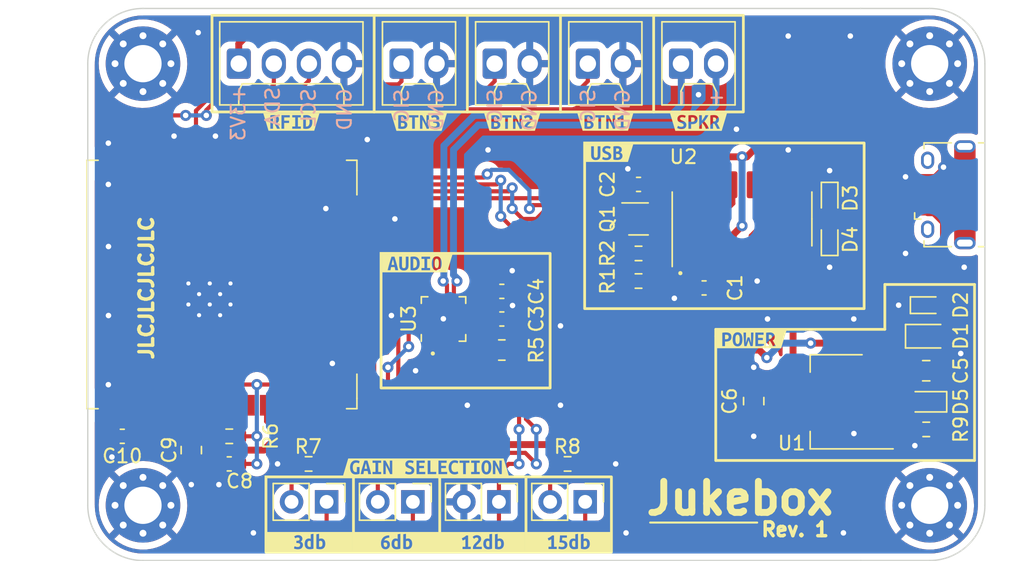
<source format=kicad_pcb>
(kicad_pcb (version 20211014) (generator pcbnew)
  (layers (0 "F.Cu" signal) (31 "B.Cu" power) (34 "B.Paste" user) (35 "F.Paste" user) (36 "B.SilkS" user "B.Silkscreen") (37 "F.SilkS" user "F.Silkscreen") (38 "B.Mask" user) (39 "F.Mask" user) (44 "Edge.Cuts" user))
  (net 0 "")
  (net 1 "I2S_LRC")
  (net 2 "GND")
  (net 3 "I2S_BCLK")
  (net 4 "I2S_DIN")
  (net 7 "+3V3")
  (net 8 "Net-(D1-Pad2)")
  (net 9 "USB_D-")
  (net 10 "VBUS")
  (net 15 "GPIO_BTN1")
  (net 16 "GPIO_BTN2")
  (net 18 "GPIO_BTN3")
  (net 19 "Net-(Q1-Pad1)")
  (net 20 "Net-(Q1-Pad2)")
  (net 21 "ESP32_EN")
  (net 22 "ESP32_BOOT")
  (net 23 "Net-(R1-Pad1)")
  (net 24 "Net-(R2-Pad2)")
  (net 32 "I2C_SCL")
  (net 33 "I2C_SDA")
  (net 46 "ESP32_RX")
  (net 49 "ESP32_TX")
  (net 53 "USB_D+")
  (net 54 "Net-(JP1-Pad2)")
  (net 55 "Net-(JP5-Pad2)")
  (net 56 "Net-(R5-Pad2)")
  (net 57 "Net-(D5-Pad1)")
  (net 58 "Net-(J2-Pad1)")
  (net 59 "Net-(J2-Pad2)")
  (net 60 "DAC_GAIN")
  (footprint "Diode_SMD:D_SOD-523" (layer "F.Cu") (at 165.25 91)
    (fp_text reference "D2")
    (fp_text value "LESD5D5.0CT1G")
  )
  (footprint "Connector_PinHeader_2.54mm:PinHeader_1x02_P2.54mm_Vertical" (layer "F.Cu") (at 134.29 105.25 -90)
    (fp_text reference "JP4" hide)
    (fp_text value "12dB")
  )
  (footprint "Diode_SMD:D_SOD-323" (layer "F.Cu") (at 165.25 93.25)
    (fp_text reference "D1")
    (fp_text value "BAT760-7")
  )
  (footprint "kibuzzard-63873069" (layer "F.Cu") (at 126.875 108.125)
    (fp_text reference "kibuzzard-63873069" hide)
    (fp_text value "G***" hide)
  )
  (footprint "MountingHole:MountingHole_2.7mm_M2.5_Pad_Via" (layer "F.Cu") (at 108.5 73.5 90)
    (fp_text reference "H3" hide)
    (fp_text value "M2.5")
  )
  (footprint "MountingHole:MountingHole_2.7mm_M2.5_Pad_Via" (layer "F.Cu") (at 165.5 73.5 90)
    (fp_text reference "H4" hide)
    (fp_text value "M2.5")
  )
  (footprint "Resistor_SMD:R_0805_2012Metric" (layer "F.Cu") (at 134.5 94.25 180)
    (fp_text reference "R5")
    (fp_text value "1M")
  )
  (footprint "MountingHole:MountingHole_2.7mm_M2.5_Pad_Via" (layer "F.Cu") (at 165.5 105.5 90)
    (fp_text reference "H2" hide)
    (fp_text value "M2.5")
  )
  (footprint "Package_TO_SOT_SMD:SOT-363_SC-70-6" (layer "F.Cu") (at 144.405 84.75)
    (fp_text reference "Q1")
    (fp_text value "UMH3N")
  )
  (footprint "Connector_PinHeader_2.54mm:PinHeader_1x02_P2.54mm_Vertical" (layer "F.Cu") (at 128.055 105.25 -90)
    (fp_text reference "JP2" hide)
    (fp_text value "6dB")
  )
  (footprint "Resistor_SMD:R_0603_1608Metric" (layer "F.Cu") (at 144.405 89.25 180)
    (fp_text reference "R1")
    (fp_text value "470")
  )
  (footprint "LED_SMD:LED_0603_1608Metric" (layer "F.Cu") (at 165.25 98 180)
    (fp_text reference "D5")
    (fp_text value "Red")
  )
  (footprint "kibuzzard-63886C09" (layer "F.Cu") (at 152.6 93.475)
    (fp_text reference "kibuzzard-63886C09" hide)
    (fp_text value "G***" hide)
  )
  (footprint "Resistor_SMD:R_0603_1608Metric" (layer "F.Cu") (at 144.405 87.25)
    (fp_text reference "R2")
    (fp_text value "470")
  )
  (footprint "Connector_Molex:Molex_KK-254_AE-6410-02A_1x02_P2.54mm_Vertical" (layer "F.Cu") (at 133.98 73.5)
    (fp_text reference "J4" hide)
    (fp_text value "BTN2")
  )
  (footprint "kibuzzard-63886C79" (layer "F.Cu") (at 148.75 77.725)
    (fp_text reference "kibuzzard-63886C79" hide)
    (fp_text value "G***" hide)
  )
  (footprint "kibuzzard-6387301B" (layer "F.Cu") (at 139.35 108.125)
    (fp_text reference "kibuzzard-6387301B" hide)
    (fp_text value "G***" hide)
  )
  (footprint "Resistor_SMD:R_0603_1608Metric" (layer "F.Cu") (at 114.75 100.5)
    (fp_text reference "R6")
    (fp_text value "10k")
  )
  (footprint "Connector_Molex:Molex_KK-254_AE-6410-02A_1x02_P2.54mm_Vertical" (layer "F.Cu") (at 147.48 73.5)
    (fp_text reference "J2" hide)
    (fp_text value "Speaker")
  )
  (footprint "Package_TO_SOT_SMD:SOT-223-3_TabPin2" (layer "F.Cu") (at 158.75 98 180)
    (fp_text reference "U1")
    (fp_text value "AMS1117-3.3")
  )
  (footprint "Connector_USB:USB_Micro-B_Amphenol_10118194_Horizontal" (layer "F.Cu") (at 166.75 83 90)
    (fp_text reference "J1" hide)
    (fp_text value "10118194")
  )
  (footprint "Capacitor_SMD:C_0805_2012Metric" (layer "F.Cu") (at 152.75 97.95 -90)
    (fp_text reference "C6")
    (fp_text value "10u")
  )
  (footprint "Capacitor_SMD:C_0603_1608Metric" (layer "F.Cu") (at 107 100.5 180)
    (fp_text reference "C10")
    (fp_text value "100n")
  )
  (footprint "Capacitor_SMD:C_0603_1608Metric" (layer "F.Cu") (at 134.5 90)
    (fp_text reference "C4")
    (fp_text value "100n")
  )
  (footprint "kibuzzard-63886C2C" (layer "F.Cu") (at 128.375 87.975)
    (fp_text reference "kibuzzard-63886C2C" hide)
    (fp_text value "G***" hide)
  )
  (footprint "Package_SO:SOIC-16_3.9x9.9mm_P1.27mm" (layer "F.Cu") (at 151.905 84.75 90)
    (fp_text reference "U2")
    (fp_text value "CH340C")
  )
  (footprint "Connector_Molex:Molex_KK-254_AE-6410-02A_1x02_P2.54mm_Vertical" (layer "F.Cu") (at 140.73 73.5)
    (fp_text reference "J3" hide)
    (fp_text value "BTN1")
  )
  (footprint "kibuzzard-63886C48" (layer "F.Cu") (at 119.25 77.725)
    (fp_text reference "kibuzzard-63886C48" hide)
    (fp_text value "G***" hide)
  )
  (footprint "Connector_PinHeader_2.54mm:PinHeader_1x02_P2.54mm_Vertical" (layer "F.Cu") (at 121.805 105.25 -90)
    (fp_text reference "JP1" hide)
    (fp_text value "3dB")
  )
  (footprint "Capacitor_SMD:C_0805_2012Metric" (layer "F.Cu") (at 165.25 95.75)
    (fp_text reference "C5")
    (fp_text value "10u")
  )
  (footprint "Resistor_SMD:R_0603_1608Metric" (layer "F.Cu") (at 120.5 102.5 180)
    (fp_text reference "R7")
    (fp_text value "100k")
  )
  (footprint "kibuzzard-63886C18" (layer "F.Cu") (at 142.3 79.975)
    (fp_text reference "kibuzzard-63886C18" hide)
    (fp_text value "G***" hide)
  )
  (footprint "kibuzzard-63873011" (layer "F.Cu") (at 133.125 108.125)
    (fp_text reference "kibuzzard-63873011" hide)
    (fp_text value "G***" hide)
  )
  (footprint "Capacitor_SMD:C_0603_1608Metric" (layer "F.Cu") (at 134.5 92)
    (fp_text reference "C3")
    (fp_text value "10u")
  )
  (footprint "Connector_PinHeader_2.54mm:PinHeader_1x02_P2.54mm_Vertical" (layer "F.Cu") (at 140.54 105.25 -90)
    (fp_text reference "JP5" hide)
    (fp_text value "15dB")
  )
  (footprint "Resistor_SMD:R_0603_1608Metric" (layer "F.Cu") (at 139.265 102.5 180)
    (fp_text reference "R8")
    (fp_text value "100k")
  )
  (footprint "Capacitor_SMD:C_0603_1608Metric" (layer "F.Cu") (at 144.405 82.25 180)
    (fp_text reference "C2")
    (fp_text value "100n")
  )
  (footprint "kibuzzard-63886C53" (layer "F.Cu") (at 128.5 77.725)
    (fp_text reference "kibuzzard-63886C53" hide)
    (fp_text value "G***" hide)
  )
  (footprint "Capacitor_SMD:C_0603_1608Metric" (layer "F.Cu") (at 114.75 102.5)
    (fp_text reference "C8")
    (fp_text value "1u")
  )
  (footprint "Espressif:ESP32-WROOM-32E" (layer "F.Cu") (at 113 89.5 90)
    (fp_text reference "U4" hide)
    (fp_text value "ESP32-WROOM-32E")
  )
  (footprint "Diode_SMD:D_SOD-523" (layer "F.Cu") (at 158.25 83.25 -90)
    (fp_text reference "D3")
    (fp_text value "LESD5D5.0CT1G")
  )
  (footprint "Diode_SMD:D_SOD-523" (layer "F.Cu") (at 158.25 86.25 90)
    (fp_text reference "D4")
    (fp_text value "LESD5D5.0CT1G")
  )
  (footprint "kibuzzard-63886C6D" (layer "F.Cu") (at 142 77.725)
    (fp_text reference "kibuzzard-63886C6D" hide)
    (fp_text value "G***" hide)
  )
  (footprint "kibuzzard-6380B75E" (layer "F.Cu") (at 129 102.75)
    (fp_text reference "kibuzzard-6380B75E" hide)
    (fp_text value "G***" hide)
  )
  (footprint "Connector_Molex:Molex_KK-254_AE-6410-04A_1x04_P2.54mm_Vertical" (layer "F.Cu") (at 115.44 73.5)
    (fp_text reference "J5" hide)
    (fp_text value "RFID Module")
  )
  (footprint "kibuzzard-63885EFC" (layer "F.Cu") (at 120.575 108.125)
    (fp_text reference "kibuzzard-63885EFC" hide)
    (fp_text value "G***" hide)
  )
  (footprint "Capacitor_SMD:C_0805_2012Metric" (layer "F.Cu") (at 112 101.5 -90)
    (fp_text reference "C9")
    (fp_text value "22u")
  )
  (footprint "Connector_Molex:Molex_KK-254_AE-6410-02A_1x02_P2.54mm_Vertical" (layer "F.Cu") (at 127.23 73.5)
    (fp_text reference "J6" hide)
    (fp_text value "BTN3")
  )
  (footprint "Package_DFN_QFN:TQFN-16-1EP_3x3mm_P0.5mm_EP1.23x1.23mm" (layer "F.Cu") (at 130.275 92 90)
    (fp_text reference "U3")
    (fp_text value "MAX98357AETE+T")
  )
  (footprint "Capacitor_SMD:C_0603_1608Metric" (layer "F.Cu") (at 149.155 89.75 180)
    (fp_text reference "C1")
    (fp_text value "100n")
  )
  (footprint "kibuzzard-63886C64" (layer "F.Cu") (at 135.25 77.725)
    (fp_text reference "kibuzzard-63886C64" hide)
    (fp_text value "G***" hide)
  )
  (footprint "MountingHole:MountingHole_2.7mm_M2.5_Pad_Via" (layer "F.Cu") (at 108.5 105.5 90)
    (fp_text reference "H1" hide)
    (fp_text value "M2.5")
  )
  (footprint "Resistor_SMD:R_0603_1608Metric" (layer "F.Cu") (at 165.25 100)
    (fp_text reference "R9")
    (fp_text value "1k5")
  )
  (gr_line (start 130 108.825) (end 130 103.5) (layer "F.SilkS") (width 0.2))
  (gr_line (start 168.75 89.5) (end 168.75 102.25) (layer "F.SilkS") (width 0.2))
  (gr_line (start 153 106.75) (end 145.25 106.75) (layer "F.SilkS") (width 0.15))
  (gr_line (start 145.5 77) (end 145.5 70) (layer "F.SilkS") (width 0.2))
  (gr_line (start 132 77) (end 132 70) (layer "F.SilkS") (width 0.2))
  (gr_line (start 150 92.75) (end 150 93.25) (layer "F.SilkS") (width 0.2))
  (gr_line (start 162.25 89.5) (end 168.75 89.5) (layer "F.SilkS") (width 0.2))
  (gr_rect (start 117.41 103.44) (end 142.44 108.89) (layer "F.SilkS") (width 0.2) (fill none))
  (gr_circle (center 147.435 88.68) (end 147.435 88.605) (layer "F.SilkS") (width 0.15) (fill solid))
  (gr_circle (center 129.5 94.5) (end 129.5 94.425) (layer "F.SilkS") (width 0.15) (fill solid))
  (gr_line (start 125.25 77) (end 125.25 70) (layer "F.SilkS") (width 0.2))
  (gr_rect (start 140.5 79.25) (end 160.75 91.25) (layer "F.SilkS") (width 0.2) (fill none))
  (gr_line (start 150 102.25) (end 150 93.25) (layer "F.SilkS") (width 0.2))
  (gr_line (start 156.5 92.75) (end 150 92.75) (layer "F.SilkS") (width 0.2))
  (gr_line (start 136.25 103.5) (end 136.25 108.8) (layer "F.SilkS") (width 0.2))
  (gr_line (start 138.75 77) (end 138.75 70) (layer "F.SilkS") (width 0.2))
  (gr_line (start 162.25 89.5) (end 162.25 92.75) (layer "F.SilkS") (width 0.2))
  (gr_rect (start 125.75 97) (end 138 87.25) (layer "F.SilkS") (width 0.2) (fill none))
  (gr_rect (start 152 70) (end 113.5 77) (layer "F.SilkS") (width 0.2) (fill none))
  (gr_line (start 162.25 92.75) (end 156.5 92.75) (layer "F.SilkS") (width 0.2))
  (gr_line (start 123.75 103.5) (end 123.75 108.85) (layer "F.SilkS") (width 0.2))
  (gr_line (start 168.75 102.25) (end 150 102.25) (layer "F.SilkS") (width 0.2))
  (gr_arc (start 108.5 109.5) (mid 105.671573 108.328427) (end 104.5 105.5) (layer "Edge.Cuts") (width 0.1))
  (gr_line (start 104.5 73.5) (end 104.5 105.5) (layer "Edge.Cuts") (width 0.1))
  (gr_arc (start 104.5 73.5) (mid 105.671573 70.671573) (end 108.5 69.5) (layer "Edge.Cuts") (width 0.1))
  (gr_arc (start 169.5 105.5) (mid 168.328427 108.328427) (end 165.5 109.5) (layer "Edge.Cuts") (width 0.1))
  (gr_line (start 108.5 69.5) (end 160.5 69.5) (layer "Edge.Cuts") (width 0.1))
  (gr_line (start 160.5 69.5) (end 165.5 69.5) (layer "Edge.Cuts") (width 0.1))
  (gr_arc (start 165.5 69.5) (mid 168.328427 70.671573) (end 169.5 73.5) (layer "Edge.Cuts") (width 0.1))
  (gr_line (start 160.5 109.5) (end 108.5 109.5) (layer "Edge.Cuts") (width 0.1))
  (gr_line (start 160.5 109.5) (end 165.5 109.5) (layer "Edge.Cuts") (width 0.1))
  (gr_line (start 169.5 73.5) (end 169.5 105.5) (layer "Edge.Cuts") (width 0.1))
  (gr_text "+3V3" (at 115.4 75 90) (layer "B.SilkS") (effects (font (size 1 1)) (justify left mirror)))
  (gr_text "GND" (at 123.1 75.2 90) (layer "B.SilkS") (effects (font (size 1 1)) (justify left mirror)))
  (gr_text "SCL" (at 120.5 75.2 90) (layer "B.SilkS") (effects (font (size 1 1)) (justify left mirror)))
  (gr_text "SDA" (at 117.9 75.1 90) (layer "B.SilkS") (effects (font (size 1 1)) (justify left mirror)))
  (gr_text "GND" (at 143.25 75.25 90) (layer "B.SilkS") (effects (font (size 1 1)) (justify left mirror)))
  (gr_text "SIG" (at 134 75.25 90) (layer "B.SilkS") (effects (font (size 1 1)) (justify left mirror)))
  (gr_text "+" (at 150 75.25 90) (layer "B.SilkS") (effects (font (size 1 1)) (justify left mirror)))
  (gr_text "SIG" (at 140.75 75.25 90) (layer "B.SilkS") (effects (font (size 1 1)) (justify left mirror)))
  (gr_text "GND" (at 136.5 75.25 90) (layer "B.SilkS") (effects (font (size 1 1)) (justify left mirror)))
  (gr_text "GND" (at 129.75 75.25 90) (layer "B.SilkS") (effects (font (size 1 1)) (justify left mirror)))
  (gr_text "-" (at 147.5 75.25 90) (layer "B.SilkS") (effects (font (size 1 1)) (justify left mirror)))
  (gr_text "SIG" (at 127.25 75.25 90) (layer "B.SilkS") (effects (font (size 1 1)) (justify left mirror)))
  (gr_text "JLCJLCJLCJLC" (at 108.75 89.75 90) (layer "F.SilkS") (effects (font (size 1 1) (thickness 0.25))))
  (gr_text "Jukebox" (at 151.75 105) (layer "F.SilkS") (effects (font (size 2.25 2.25) (thickness 0.5))))
  (gr_text "Rev. 1" (at 155.75 107.25) (layer "F.SilkS") (effects (font (size 1 1) (thickness 0.25))))
  (segment (start 127 98.5) (end 127 93.091637) (width 0.3) (layer "F.Cu") (net 1))
  (segment (start 125.5 100) (end 127 98.5) (width 0.3) (layer "F.Cu") (net 1))
  (segment (start 118.69 98.25) (end 118.69 99.44) (width 0.3) (layer "F.Cu") (net 1))
  (segment (start 118.69 99.44) (end 119.25 100) (width 0.3) (layer "F.Cu") (net 1))
  (segment (start 127 93.091637) (end 128.341637 91.75) (width 0.3) (layer "F.Cu") (net 1))
  (segment (start 119.25 100) (end 125.5 100) (width 0.3) (layer "F.Cu") (net 1))
  (segment (start 128.341637 91.75) (end 128.8375 91.75) (width 0.3) (layer "F.Cu") (net 1))
  (segment (start 112.565 90.2) (end 113.3 90.2) (width 0.5) (layer "F.Cu") (net 2))
  (segment (start 112.05 102.5) (end 112 102.45) (width 0.5) (layer "F.Cu") (net 2))
  (segment (start 167.75 95.5) (end 167.75 94.5) (width 0.5) (layer "F.Cu") (net 2))
  (segment (start 113.975 102.5) (end 112.05 102.5) (width 0.5) (layer "F.Cu") (net 2))
  (segment (start 113.32 88.655) (end 111.795 88.655) (width 0.5) (layer "F.Cu") (net 2))
  (segment (start 147.63 90.5) (end 148.38 89.75) (width 0.5) (layer "F.Cu") (net 2))
  (segment (start 130.025 92.25) (end 130.275 92) (width 0.3) (layer "F.Cu") (net 2))
  (segment (start 130.025 91.75) (end 130.2625 91.9875) (width 0.3) (layer "F.Cu") (net 2))
  (segment (start 164.425 100) (end 163.75 100) (width 0.5) (layer "F.Cu") (net 2))
  (segment (start 111.815 90.2) (end 111.795 90.18) (width 0.5) (layer "F.Cu") (net 2))
  (segment (start 163.45 100.3) (end 161.9 100.3) (width 0.5) (layer "F.Cu") (net 2))
  (segment (start 130.525 92.25) (end 130.275 92) (width 0.3) (layer "F.Cu") (net 2))
  (segment (start 163.75 100) (end 163.45 100.3) (width 0.5) (layer "F.Cu") (net 2))
  (segment (start 158.25 86.95) (end 158.25 88.25) (width 0.5) (layer "F.Cu") (net 2))
  (segment (start 130.2625 91.9875) (end 130.275 92) (width 0.3) (layer "F.Cu") (net 2))
  (segment (start 147.46 87.225) (end 147.46 88.83) (width 0.5) (layer "F.Cu") (net 2))
  (segment (start 113.34 91.685) (end 113.32 91.705) (width 0.5) (layer "F.Cu") (net 2))
  (segment (start 105.99 96.76) (end 105.99 98.25) (width 0.5) (layer "F.Cu") (net 2))
  (segment (start 111.795 91.705) (end 111.795 90.955) (width 0.5) (layer "F.Cu") (net 2))
  (segment (start 114.845 90.18) (end 114.845 89.43) (width 0.5) (layer "F.Cu") (net 2))
  (segment (start 143.63 81.12) (end 143.63 82.25) (width 0.5) (layer "F.Cu") (net 2))
  (segment (start 140.09 102.5) (end 142.75 102.5) (width 0.3) (layer "F.Cu") (net 2))
  (segment (start 106.25 99.5) (end 106.25 100.475) (width 0.5) (layer "F.Cu") (net 2))
  (segment (start 114.845 91.705) (end 114.845 90.955) (width 0.5) (layer "F.Cu") (net 2))
  (segment (start 114 102.525) (end 113.975 102.5) (width 0.5) (layer "F.Cu") (net 2))
  (segment (start 112 104) (end 112 102.45) (width 0.5) (layer "F.Cu") (net 2))
  (segment (start 165.8 81.7) (end 166.5 81) (width 0.3) (layer "F.Cu") (net 2))
  (segment (start 160.01 100.3) (end 161.9 100.3) (width 0.5) (layer "F.Cu") (net 2))
  (segment (start 161.95 100.25) (end 161.9 100.3) (width 0.5) (layer "F.Cu") (net 2))
  (segment (start 114.845 89.43) (end 114.84 89.425) (width 0.5) (layer "F.Cu") (net 2))
  (segment (start 147 90.5) (end 147.63 90.5) (width 0.5) (layer "F.Cu") (net 2))
  (segment (start 130.025 90.5625) (end 130.025 91.75) (width 0.3) (layer "F.Cu") (net 2))
  (segment (start 105.99 98.25) (end 105.99 99.24) (width 0.5) (layer "F.Cu") (net 2))
  (segment (start 112.585 91.705) (end 112.565 91.725) (width 0.5) (layer "F.Cu") (net 2))
  (segment (start 111.79 89.425) (end 111.79 88.66) (width 0.5) (layer "F.Cu") (net 2))
  (segment (start 113.34 89.425) (end 113.34 90.16) (width 0.5) (layer "F.Cu") (net 2))
  (segment (start 106.25 100.475) (end 106.225 100.5) (width 0.5) (layer "F.Cu") (net 2))
  (segment (start 114 104) (end 114 102.525) (width 0.5) (layer "F.Cu") (net 2))
  (segment (start 163.75 81.7) (end 165.35 81.7) (width 0.3) (layer "F.Cu") (net 2))
  (segment (start 111.74 91.76) (end 111.795 91.705) (width 0.5) (layer "F.Cu") (net 2))
  (segment (start 114.09 90.2) (end 113.34 90.2) (width 0.5) (layer "F.Cu") (net 2))
  (segment (start 111.795 89.43) (end 111.79 89.425) (width 0.5) (layer "F.Cu") (net 2))
  (segment (start 122.22 95.22) (end 123.75 95.22) (width 0.5) (layer "F.Cu") (net 2))
  (segment (start 111.79 90.95) (end 111.79 90.185) (width 0.5) (layer "F.Cu") (net 2))
  (segment (start 113.34 90.95) (end 113.34 91.685) (width 0.5) (layer "F.Cu") (net 2))
  (segment (start 128.8375 92.25) (end 130.025 92.25) (width 0.3) (layer "F.Cu") (net 2))
  (segment (start 111.79 90.185) (end 111.795 90.18) (width 0.5) (layer "F.Cu") (net 2))
  (segment (start 158.25 82.55) (end 158.25 81.25) (width 0.5) (layer "F.Cu") (net 2))
  (segment (start 114.84 89.425) (end 114.84 88.66) (width 0.5) (layer "F.Cu") (net 2))
  (segment (start 111.795 91.705) (end 112.545 91.705) (width 0.5) (layer "F.Cu") (net 2))
  (segment (start 113.34 90.95) (end 113.34 90.2) (width 0.5) (layer "F.Cu") (net 2))
  (segment (start 113.32 91.705) (end 112.585 91.705) (width 0.5) (layer "F.Cu") (net 2))
  (segment (start 135.275 91.025) (end 135.275 90) (width 0.5) (layer "F.Cu") (net 2))
  (segment (start 113.32 91.705) (end 114.07 91.705) (width 0.5) (layer "F.Cu") (net 2))
  (segment (start 114.84 90.185) (end 114.845 90.18) (width 0.5) (layer "F.Cu") (net 2))
  (segment (start 112.545 91.705) (end 112.565 91.725) (width 0.5) (layer "F.Cu") (net 2))
  (segment (start 111.74 88.6) (end 111.795 88.655) (width 0.5) (layer "F.Cu") (net 2))
  (segment (start 111.79 88.66) (end 111.795 88.655) (width 0.5) (layer "F.Cu") (net 2))
  (segment (start 105.99 79.26) (end 105.99 80.75) (width 0.5) (layer "F.Cu") (net 2))
  (segment (start 111.7 88.75) (end 111.795 88.655) (width 0.5) (layer "F.Cu") (net 2))
  (segment (start 135.25 89.975) (end 135.275 90) (width 0.5) (layer "F.Cu") (net 2))
  (segment (start 106.225 100.5) (end 106.225 101.975) (width 0.5) (layer "F.Cu") (net 2))
  (segment (start 165.35 81.7) (end 165.8 81.7) (width 0.3) (layer "F.Cu") (net 2))
  (segment (start 135.25 88.5) (end 135.25 89.975) (width 0.5) (layer "F.Cu") (net 2))
  (segment (start 166.2 95.75) (end 167.5 95.75) (width 0.5) (layer "F.Cu") (net 2))
  (segment (start 113.32 88.655) (end 114.845 88.655) (width 0.5) (layer "F.Cu") (net 2))
  (segment (start 147.46 88.83) (end 148.38 89.75) (width 0.5) (layer "F.Cu") (net 2))
  (segment (start 114.89 91.75) (end 114.845 91.705) (width 0.5) (layer "F.Cu") (net 2))
  (segment (start 113.34 90.2) (end 113.32 90.18) (width 0.5) (layer "F.Cu") (net 2))
  (segment (start 164.425 101.175) (end 164.425 100) (width 0.5) (layer "F.Cu") (net 2))
  (segment (start 114.84 88.66) (end 114.845 88.655) (width 0.5) (layer "F.Cu") (net 2))
  (segment (start 112.565 90.2) (end 111.815 90.2) (width 0.5) (layer "F.Cu") (net 2))
  (segment (start 105.99 99.24) (end 106.25 99.5) (width 0.5) (layer "F.Cu") (net 2))
  (segment (start 111.795 90.18) (end 111.795 89.43) (width 0.5) (layer "F.Cu") (net 2))
  (segment (start 114.825 91.725) (end 114.845 91.705) (width 0.5) (layer "F.Cu") (net 2))
  (segment (start 114.11 90.18) (end 114.09 90.2) (width 0.5) (layer "F.Cu") (net 2))
  (segment (start 111.795 90.955) (end 111.79 90.95) (width 0.5) (layer "F.Cu") (net 2))
  (segment (start 167.5 95.75) (end 167.75 95.5) (width 0.5) (layer "F.Cu") (net 2))
  (segment (start 130.525 93.4375) (end 130.525 92.25) (width 0.3) (layer "F.Cu") (net 2))
  (segment (start 164.55 91) (end 163.25 91) (width 0.5) (layer "F.Cu") (net 2))
  (segment (start 114.09 91.725) (end 114.825 91.725) (width 0.5) (layer "F.Cu") (net 2))
  (segment (start 113.34 89.425) (end 113.34 88.675) (width 0.5) (layer "F.Cu") (net 2))
  (segment (start 113.3 90.2) (end 113.32 90.18) (width 0.5) (layer "F.Cu") (net 2))
  (segment (start 114.84 90.95) (end 114.84 90.185) (width 0.5) (layer "F.Cu") (net 2))
  (segment (start 152.75 98.9) (end 152.75 100.5) (width 0.5) (layer "F.Cu") (net 2))
  (segment (start 114.07 91.705) (end 114.09 91.725) (width 0.5) (layer "F.Cu") (net 2))
  (segment (start 106.225 101.975) (end 106.25 102) (width 0.5) (layer "F.Cu") (net 2))
  (segment (start 111.75 91.75) (end 111.795 91.705) (width 0.5) (layer "F.Cu") (net 2))
  (segment (start 114.845 90.18) (end 114.11 90.18) (width 0.5) (layer "F.Cu") (net 2))
  (segment (start 135.275 92) (end 135.275 91.025) (width 0.5) (layer "F.Cu") (net 2))
  (segment (start 113.34 90.16) (end 113.32 90.18) (width 0.5) (layer "F.Cu") (net 2))
  (segment (start 114.74 88.55) (end 114.845 88.655) (width 0.5) (layer "F.Cu") (net 2))
  (segment (start 113.34 88.675) (end 113.32 88.655) (width 0.5) (layer "F.Cu") (net 2))
  (segment (start 114.845 90.955) (end 114.84 90.95) (width 0.5) (layer "F.Cu") (net 2))
  (segment (start 105.99 80.75) (end 105.99 82.25) (width 0.5) (layer "F.Cu") (net 2))
  (segment (start 114.74 91.81) (end 114.845 91.705) (width 0.5) (layer "F.Cu") (net 2))
  (segment (start 114.94 88.75) (end 114.845 88.655) (width 0.5) (layer "F.Cu") (net 2))
  (via (at 153 89.25) (size 0.8) (drill 0.4) (layers "F.Cu" "B.Cu") (net 2))
  (via (at 166.5 81) (size 0.8) (drill 0.4) (layers "F.Cu" "B.Cu") (net 2))
  (via (at 147 90.5) (size 0.8) (drill 0.4) (layers "F.Cu" "B.Cu") (net 2))
  (via (at 114.09 91.725) (size 0.5) (drill 0.3) (layers "F.Cu" "B.Cu") (net 2))
  (via (at 113.34 90.95) (size 0.5) (drill 0.3) (layers "F.Cu" "B.Cu") (net 2))
  (via (at 112.565 90.2) (size 0.5) (drill 0.3) (layers "F.Cu" "B.Cu") (net 2))
  (via (at 138.75 98.25) (size 0.8) (drill 0.4) (layers "F.Cu" "B.Cu") (net 2))
  (via (at 135.275 91.025) (size 0.8) (drill 0.4) (layers "F.Cu" "B.Cu") (net 2))
  (via (at 163.75 81.7) (size 0.8) (drill 0.4) (layers "F.Cu" "B.Cu") (net 2))
  (via (at 133.5 79.75) (size 0.8) (drill 0.4) (layers "F.Cu" "B.Cu") (net 2))
  (via (at 113.75 78.75) (size 0.8) (drill 0.4) (layers "F.Cu" "B.Cu") (net 2))
  (via (at 159.25 107.5) (size 0.8) (drill 0.4) (layers "F.Cu" "B.Cu") (net 2))
  (via (at 118.25 102.5) (size 0.8) (drill 0.4) (layers "F.Cu" "B.Cu") (net 2))
  (via (at 112.5 71.25) (size 0.8) (drill 0.4) (layers "F.Cu" "B.Cu") (net 2))
  (via (at 112 104) (size 0.8) (drill 0.4) (layers "F.Cu" "B.Cu") (net 2))
  (via (at 164.425 101.175) (size 0.8) (drill 0.4) (layers "F.Cu" "B.Cu") (net 2))
  (via (at 114.84 89.425) (size 0.5) (drill 0.3) (layers "F.Cu" "B.Cu") (net 2))
  (via (at 106 86.75) (size 0.8) (drill 0.4) (layers "F.Cu" "B.Cu") (net 2))
  (via (at 130.2625 91.9875) (size 0.8) (drill 0.4) (layers "F.Cu" "B.Cu") (net 2))
  (via (at 106.25 102) (size 0.8) (drill 0.4) (layers "F.Cu" "B.Cu") (net 2))
  (via (at 114 104) (size 0.8) (drill 0.4) (layers "F.Cu" "B.Cu") (net 2))
  (via (at 153.75 92) (size 0.8) (drill 0.4) (layers "F.Cu" "B.Cu") (net 2))
  (via (at 116.5 107.5) (size 0.8) (drill 0.4) (layers "F.Cu" "B.Cu") (net 2))
  (via (at 124.75 79) (size 0.8) (drill 0.4) (layers "F.Cu" "B.Cu") (net 2))
  (via (at 105.99 79.26) (size 0.8) (drill 0.4) (layers "F.Cu" "B.Cu") (net 2))
  (via (at 167.75 94.5) (size 0.8) (drill 0.4) (layers "F.Cu" "B.Cu") (net 2))
  (via (at 160.01 100.3) (size 0.8) (drill 0.4) (layers "F.Cu" "B.Cu") (net 2))
  (via (at 155.25 79.75) (size 0.8) (drill 0.4) (layers "F.Cu" "B.Cu") (net 2))
  (via (at 158.25 88.25) (size 0.8) (drill 0.4) (layers "F.Cu" "B.Cu") (net 2))
  (via (at 111.79 89.425) (size 0.5) (drill 0.3) (layers "F.Cu" "B.Cu") (net 2))
  (via (at 132 98.25) (size 0.8) (drill 0.4) (layers "F.Cu" "B.Cu") (net 2))
  (via (at 105.99 82.25) (size 0.8) (drill 0.4) (layers "F.Cu" "B.Cu") (net 2))
  (via (at 155.25 71.5) (size 0.8) (drill 0.4) (layers "F.Cu" "B.Cu") (net 2))
  (via (at 128.25 95.75) (size 0.8) (drill 0.4) (layers "F.Cu" "B.Cu") (net 2))
  (via (at 158.25 81.25) (size 0.8) (drill 0.4) (layers "F.Cu" "B.Cu") (net 2))
  (via (at 114.09 90.2) (size 0.5) (drill 0.3) (layers "F.Cu" "B.Cu") (net 2))
  (via (at 113.34 89.425) (size 0.5) (drill 0.3) (layers "F.Cu" "B.Cu") (net 2))
  (via (at 163.75 87.25) (size 0.8) (drill 0.4) (layers "F.Cu" "B.Cu") (net 2))
  (via (at 106 91.75) (size 0.8) (drill 0.4) (layers "F.Cu" "B.Cu") (net 2))
  (via (at 152.75 95.5) (size 0.8) (drill 0.4) (layers "F.Cu" "B.Cu") (net 2))
  (via (at 126.75 84.75) (size 0.8) (drill 0.4) (layers "F.Cu" "B.Cu") (net 2))
  (via (at 142.75 102.5) (size 0.8) (drill 0.4) (layers "F.Cu" "B.Cu") (net 2))
  (via (at 138.75 92.5) (size 0.8) (drill 0.4) (layers "F.Cu" "B.Cu") (net 2))
  (via (at 151.5 78.25) (size 0.8) (drill 0.4) (layers "F.Cu" "B.Cu") (net 2))
  (via (at 110.75 78.75) (size 0.8) (drill 0.4) (layers "F.Cu" "B.Cu") (net 2))
  (via (at 143.63 81.12) (size 0.8) (drill 0.4) (layers "F.Cu" "B.Cu") (net 2))
  (via (at 111.79 90.95) (size 0.5) (drill 0.3) (layers "F.Cu" "B.Cu") (net 2))
  (via (at 135.25 88.5) (size 0.8) (drill 0.4) (layers "F.Cu" "B.Cu") (net 2))
  (via (at 168 88.25) (size 0.8) (drill 0.4) (layers "F.Cu" "B.Cu") (net 2))
  (via (at 148.75 75.75) (size 0.8) (drill 0.4) (layers "F.Cu" "B.Cu") (net 2))
  (via (at 112.565 91.725) (size 0.5) (drill 0.3) (layers "F.Cu" "B.Cu") (net 2))
  (via (at 105.99 96.76) (size 0.8) (drill 0.4) (layers "F.Cu" "B.Cu") (net 2))
  (via (at 163.25 91) (size 0.8) (drill 0.4) (layers "F.Cu" "B.Cu") (net 2))
  (via (at 159.75 71.5) (size 0.8) (drill 0.4) (layers "F.Cu" "B.Cu") (net 2))
  (via (at 114.84 90.95) (size 0.5) (drill 0.3) (layers "F.Cu" "B.Cu") (net 2))
  (via (at 160 92) (size 0.8) (drill 0.4) (layers "F.Cu" "B.Cu") (net 2))
  (via (at 152.75 100.5) (size 0.8) (drill 0.4) (layers "F.Cu" "B.Cu") (net 2))
  (via (at 143.5 107.5) (size 0.8) (drill 0.4) (layers "F.Cu" "B.Cu") (net 2))
  (via (at 122.22 95.22) (size 0.8) (drill 0.4) (layers "F.Cu" "B.Cu") (net 2))
  (via (at 126.5 91.75) (size 0.8) (drill 0.4) (layers "F.Cu" "B.Cu") (net 2))
  (via (at 121.75 84) (size 0.8) (drill 0.4) (layers "F.Cu" "B.Cu") (net 2))
  (segment (start 125.25 99.5) (end 126.25 98.5) (width 0.3) (layer "F.Cu") (net 3))
  (segment (start 127.75 93.048743) (end 127.75 94) (width 0.3) (layer "F.Cu") (net 3))
  (segment (start 126.25 98.5) (end 126.25 95.5) (width 0.3) (layer "F.Cu") (net 3))
  (segment (start 119.96 99.3) (end 120.16 99.5) (width 0.3) (layer "F.Cu") (net 3))
  (segment (start 128.8375 92.75) (end 128.048743 92.75) (width 0.3) (layer "F.Cu") (net 3))
  (segment (start 120.16 99.5) (end 125.25 99.5) (width 0.3) (layer "F.Cu") (net 3))
  (segment (start 128.048743 92.75) (end 127.75 93.048743) (width 0.3) (layer "F.Cu") (net 3))
  (segment (start 119.96 98.25) (end 119.96 99.3) (width 0.3) (layer "F.Cu") (net 3))
  (via (at 127.75 94) (size 0.8) (drill 0.4) (layers "F.Cu" "B.Cu") (net 3))
  (via (at 126.25 95.5) (size 0.8) (drill 0.4) (layers "F.Cu" "B.Cu") (net 3))
  (segment (start 126.25 95.5) (end 127.75 94) (width 0.3) (layer "B.Cu") (net 3))
  (segment (start 118.5 100.5) (end 125.707107 100.5) (width 0.3) (layer "F.Cu") (net 4))
  (segment (start 117.42 98.25) (end 117.42 99.42) (width 0.3) (layer "F.Cu") (net 4))
  (segment (start 117.42 99.42) (end 118.5 100.5) (width 0.3) (layer "F.Cu") (net 4))
  (segment (start 129.525 96.682107) (end 129.525 93.4375) (width 0.3) (layer "F.Cu") (net 4))
  (segment (start 125.707107 100.5) (end 129.525 96.682107) (width 0.3) (layer "F.Cu") (net 4))
  (segment (start 154 97.75) (end 154 97.25) (width 0.5) (layer "F.Cu") (net 7))
  (segment (start 107.775 100.5) (end 107.775 99.775) (width 0.5) (layer "F.Cu") (net 7))
  (segment (start 113.925 101.175) (end 113.925 100.5) (width 0.5) (layer "F.Cu") (net 7))
  (segment (start 152.505 90.6) (end 151.27 89.365) (width 0.5) (layer "F.Cu") (net 7))
  (segment (start 153 79.5) (end 153 72.75) (width 0.5) (layer "F.Cu") (net 7))
  (segment (start 151.27 85.885) (end 151.905 85.25) (width 0.5) (layer "F.Cu") (net 7))
  (segment (start 152.25 80.25) (end 153 79.5) (width 0.5) (layer "F.Cu") (net 7))
  (segment (start 117.25 101.5) (end 114.25 101.5) (width 0.5) (layer "F.Cu") (net 7))
  (segment (start 147.435 82.25) (end 147.46 82.275) (width 0.5) (layer "F.Cu") (net 7))
  (segment (start 151.5 71.25) (end 116.25 71.25) (width 0.5) (layer "F.Cu") (net 7))
  (segment (start 114.25 101.5) (end 113.925 101.175) (width 0.5) (layer "F.Cu") (net 7))
  (segment (start 153 72.75) (end 151.5 71.25) (width 0.5) (layer "F.Cu") (net 7))
  (segment (start 154.55 90.6) (end 155.6 91.65) (width 0.5) (layer "F.Cu") (net 7))
  (segment (start 147.46 80.945) (end 147.46 82.275) (width 0.5) (layer "F.Cu") (net 7))
  (segment (start 155.6 98) (end 154.25 98) (width 0.5) (layer "F.Cu") (net 7))
  (segment (start 153.75 97) (end 152.75 97) (width 0.5) (layer "F.Cu") (net 7))
  (segment (start 143.9 101.1) (end 117.65 101.1) (width 0.5) (layer "F.Cu") (net 7))
  (segment (start 148 97) (end 143.9 101.1) (width 0.5) (layer "F.Cu") (net 7))
  (segment (start 152.505 90.6) (end 154.55 90.6) (width 0.5) (layer "F.Cu") (net 7))
  (segment (start 145.18 82.25) (end 147.435 82.25) (width 0.5) (layer "F.Cu") (net 7))
  (segment (start 148.155 80.25) (end 147.46 80.945) (width 0.5) (layer "F.Cu") (net 7))
  (segment (start 150.885 89.75) (end 149.93 89.75) (width 0.5) (layer "F.Cu") (net 7))
  (segment (start 151.27 89.365) (end 150.885 89.75) (width 0.5) (layer "F.Cu") (net 7))
  (segment (start 107.26 99.26) (end 107.26 98.25) (width 0.5) (layer "F.Cu") (net 7))
  (segment (start 113.925 100.5) (end 112.05 100.5) (width 0.5) (layer "F.Cu") (net 7))
  (segment (start 112.05 100.5) (end 112 100.55) (width 0.5) (layer "F.Cu") (net 7))
  (segment (start 155.6 98.5) (end 155.6 91.65) (width 0.5) (layer "F.Cu") (net 7))
  (segment (start 154.25 98) (end 154 97.75) (width 0.5) (layer "F.Cu") (net 7))
  (segment (start 151.27 87.225) (end 151.27 89.365) (width 0.5) (layer "F.Cu") (net 7))
  (segment (start 164.4625 98) (end 161.9 98) (width 0.5) (layer "F.Cu") (net 7))
  (segment (start 116.25 71.25) (end 115.44 72.06) (width 0.5) (layer "F.Cu") (net 7))
  (segment (start 151.905 80.25) (end 148.155 80.25) (width 0.5) (layer "F.Cu") (net 7))
  (segment (start 107.825 100.55) (end 107.775 100.5) (width 0.5) (layer "F.Cu") (net 7))
  (segment (start 117.65 101.1) (end 117.25 101.5) (width 0.5) (layer "F.Cu") (net 7))
  (segment (start 155.6 98) (end 161.9 98) (width 0.5) (layer "F.Cu") (net 7))
  (segment (start 111.95 100.5) (end 112 100.55) (width 0.5) (layer "F.Cu") (net 7))
  (segment (start 107.775 100.5) (end 111.95 100.5) (width 0.5) (layer "F.Cu") (net 7))
  (segment (start 151.905 80.25) (end 152.25 80.25) (width 0.5) (layer "F.Cu") (net 7))
  (segment (start 107.775 99.775) (end 107.26 99.26) (width 0.5) (layer "F.Cu") (net 7))
  (segment (start 152.75 97) (end 148 97) (width 0.5) (layer "F.Cu") (net 7))
  (segment (start 115.44 72.06) (end 115.44 73.5) (width 0.5) (layer "F.Cu") (net 7))
  (segment (start 151.27 87.225) (end 151.27 85.885) (width 0.5) (layer "F.Cu") (net 7))
  (segment (start 154 97.25) (end 153.75 97) (width 0.5) (layer "F.Cu") (net 7))
  (via (at 151.905 80.25) (size 0.8) (drill 0.4) (layers "F.Cu" "B.Cu") (net 7))
  (via (at 151.905 85.25) (size 0.8) (drill 0.4) (layers "F.Cu" "B.Cu") (net 7))
  (segment (start 151.905 85.25) (end 151.905 80.25) (width 0.5) (layer "B.Cu") (net 7))
  (segment (start 165.95 91) (end 165.95 91.95) (width 0.5) (layer "F.Cu") (net 8))
  (segment (start 165.35 84.3) (end 165.8 84.3) (width 0.5) (layer "F.Cu") (net 8))
  (segment (start 165.95 89.05) (end 165.95 91) (width 0.5) (layer "F.Cu") (net 8))
  (segment (start 166.5 88.5) (end 165.95 89.05) (width 0.5) (layer "F.Cu") (net 8))
  (segment (start 166.5 85) (end 166.5 88.5) (width 0.5) (layer "F.Cu") (net 8))
  (segment (start 165.8 84.3) (end 166.5 85) (width 0.5) (layer "F.Cu") (net 8))
  (segment (start 166.3 92.3) (end 166.3 93.25) (width 0.5) (layer "F.Cu") (net 8))
  (segment (start 165.95 91.95) (end 166.3 92.3) (width 0.5) (layer "F.Cu") (net 8))
  (segment (start 153.81 86.06) (end 153.81 87.225) (width 0.3) (layer "F.Cu") (net 9))
  (segment (start 158.25 85.55) (end 157.724999 85.55) (width 0.3) (layer "F.Cu") (net 9))
  (segment (start 154.82 85.05) (end 153.81 86.06) (width 0.3) (layer "F.Cu") (net 9))
  (segment (start 159.275001 85.05) (end 158.775001 85.55) (width 0.3) (layer "F.Cu") (net 9))
  (segment (start 158.775001 85.55) (end 158.25 85.55) (width 0.3) (layer "F.Cu") (net 9))
  (segment (start 163.549266 83.625) (end 162.124266 85.05) (width 0.3) (layer "F.Cu") (net 9))
  (segment (start 165.35 83.65) (end 164.337499 83.65) (width 0.3) (layer "F.Cu") (net 9))
  (segment (start 158.155 85.55) (end 158.205 85.55) (width 0.2) (layer "F.Cu") (net 9))
  (segment (start 162.124266 85.05) (end 159.275001 85.05) (width 0.3) (layer "F.Cu") (net 9))
  (segment (start 157.724999 85.55) (end 157.224999 85.05) (width 0.3) (layer "F.Cu") (net 9))
  (segment (start 164.337499 83.65) (end 164.312499 83.625) (width 0.3) (layer "F.Cu") (net 9))
  (segment (start 164.312499 83.625) (end 163.549266 83.625) (width 0.3) (layer "F.Cu") (net 9))
  (segment (start 157.224999 85.05) (end 154.82 85.05) (width 0.3) (layer "F.Cu") (net 9))
  (segment (start 132.5 91.25) (end 132.75 91) (width 0.3) (layer "F.Cu") (net 10))
  (segment (start 137 102.5) (end 136.2 101.7) (width 0.3) (layer "F.Cu") (net 10))
  (segment (start 153.7 94.8) (end 153.15 94.25) (width 0.5) (layer "F.Cu") (net 10))
  (segment (start 126.45 101.7) (end 123.05 101.7) (width 0.3) (layer "F.Cu") (net 10))
  (segment (start 125.515 102.635) (end 126.45 101.7) (width 0.3) (layer "F.Cu") (net 10))
  (segment (start 134 93) (end 133.725 92.725) (width 0.5) (layer "F.Cu") (net 10))
  (segment (start 135 93) (end 134 93) (width 0.5) (layer "F.Cu") (net 10))
  (segment (start 125.515 105.25) (end 125.515 102.635) (width 0.3) (layer "F.Cu") (net 10))
  (segment (start 123.05 101.7) (end 122.25 102.5) (width 0.3) (layer "F.Cu") (net 10))
  (segment (start 133.725 92.725) (end 133.725 92) (width 0.5) (layer "F.Cu") (net 10))
  (segment (start 137 100) (end 136.25 99.25) (width 0.3) (layer "F.Cu") (net 10))
  (segment (start 132.5 91.75) (end 132.75 92) (width 0.3) (layer "F.Cu") (net 10))
  (segment (start 164.2 93.25) (end 163.5 93.25) (width 0.5) (layer "F.Cu") (net 10))
  (segment (start 135.4125 95.6625) (end 135.4125 94.25) (width 0.3) (layer "F.Cu") (net 10))
  (segment (start 161.95 95.75) (end 161.9 95.7) (width 0.5) (layer "F.Cu") (net 10))
  (segment (start 135.4125 93.4125) (end 135 93) (width 0.5) (layer "F.Cu") (net 10))
  (segment (start 136.25 96.5) (end 135.4125 95.6625) (width 0.3) (layer "F.Cu") (net 10))
  (segment (start 136.25 99.25) (end 136.25 96.5) (width 0.3) (layer "F.Cu") (net 10))
  (segment (start 135.4125 94.25) (end 135.4125 93.4125) (width 0.5) (layer "F.Cu") (net 10))
  (segment (start 136.2 101.7) (end 126.45 101.7) (width 0.3) (layer "F.Cu") (net 10))
  (segment (start 153.15 94.25) (end 135.4125 94.25) (width 0.5) (layer "F.Cu") (net 10))
  (segment (start 133.725 92) (end 133.725 90) (width 0.5) (layer "F.Cu") (net 10))
  (segment (start 163 93.75) (end 156.875 93.75) (width 0.5) (layer "F.Cu") (net 10))
  (segment (start 132.75 92) (end 133.725 92) (width 0.3) (layer "F.Cu") (net 10))
  (segment (start 164.3 95.75) (end 161.95 95.75) (width 0.5) (layer "F.Cu") (net 10))
  (segment (start 131.7125 91.25) (end 132.5 91.25) (width 0.3) (layer "F.Cu") (net 10))
  (segment (start 132.75 90.25) (end 133 90) (width 0.3) (layer "F.Cu") (net 10))
  (segment (start 164.2 93.25) (end 164.2 95.65) (width 0.5) (layer "F.Cu") (net 10))
  (segment (start 133 90) (end 133.725 90) (width 0.3) (layer "F.Cu") (net 10))
  (segment (start 122.25 102.5) (end 121.325 102.5) (width 0.3) (layer "F.Cu") (net 10))
  (segment (start 164.2 95.65) (end 164.3 95.75) (width 0.5) (layer "F.Cu") (net 10))
  (segment (start 132.75 91) (end 132.75 90.25) (width 0.3) (layer "F.Cu") (net 10))
  (segment (start 163.5 93.25) (end 163 93.75) (width 0.5) (layer "F.Cu") (net 10))
  (segment (start 131.7125 91.75) (end 132.5 91.75) (width 0.3) (layer "F.Cu") (net 10))
  (via (at 137 100) (size 0.8) (drill 0.4) (layers "F.Cu" "B.Cu") (net 10))
  (via (at 153.7 94.8) (size 0.8) (drill 0.4) (layers "F.Cu" "B.Cu") (net 10))
  (via (at 156.875 93.75) (size 0.8) (drill 0.4) (layers "F.Cu" "B.Cu") (net 10))
  (via (at 137 102.5) (size 0.8) (drill 0.4) (layers "F.Cu" "B.Cu") (net 10))
  (segment (start 154.75 93.75) (end 156.875 93.75) (width 0.5) (layer "B.Cu") (net 10))
  (segment (start 153.7 94.8) (end 154.75 93.75) (width 0.5) (layer "B.Cu") (net 10))
  (segment (start 137 102.5) (end 137 100) (width 0.3) (layer "B.Cu") (net 10))
  (segment (start 118.69 80.75) (end 118.69 79.56) (width 0.3) (layer "F.Cu") (net 15))
  (segment (start 119 79.25) (end 122.5 79.25) (width 0.3) (layer "F.Cu") (net 15))
  (segment (start 125.75 76) (end 123.75 78) (width 0.3) (layer "F.Cu") (net 15))
  (segment (start 118.69 79.56) (end 119 79.25) (width 0.3) (layer "F.Cu") (net 15))
  (segment (start 140.73 73.5) (end 140.73 74.77) (width 0.3) (layer "F.Cu") (net 15))
  (segment (start 122.5 79.25) (end 124.125 77.625) (width 0.3) (layer "F.Cu") (net 15))
  (segment (start 140.73 74.77) (end 139.5 76) (width 0.3) (layer "F.Cu") (net 15))
  (segment (start 139.5 76) (end 125.75 76) (width 0.3) (layer "F.Cu") (net 15))
  (segment (start 116.15 80.75) (end 116.15 79.35) (width 0.3) (layer "F.Cu") (net 16))
  (segment (start 116.75 78.75) (end 122.292894 78.75) (width 0.3) (layer "F.Cu") (net 16))
  (segment (start 116.15 79.35) (end 116.75 78.75) (width 0.3) (layer "F.Cu") (net 16))
  (segment (start 133.98 74.77) (end 133.98 73.5) (width 0.3) (layer "F.Cu") (net 16))
  (segment (start 125.542894 75.5) (end 133.25 75.5) (width 0.3) (layer "F.Cu") (net 16))
  (segment (start 122.292894 78.75) (end 125.542894 75.5) (width 0.3) (layer "F.Cu") (net 16))
  (segment (start 133.25 75.5) (end 133.98 74.77) (width 0.3) (layer "F.Cu") (net 16))
  (segment (start 116 78.25) (end 122.085788 78.25) (width 0.3) (layer "F.Cu") (net 18))
  (segment (start 114.88 80.75) (end 114.88 79.37) (width 0.3) (layer "F.Cu") (net 18))
  (segment (start 125.335788 75) (end 127 75) (width 0.3) (layer "F.Cu") (net 18))
  (segment (start 127.23 74.77) (end 127.23 73.5) (width 0.3) (layer "F.Cu") (net 18))
  (segment (start 127 75) (end 127.23 74.77) (width 0.3) (layer "F.Cu") (net 18))
  (segment (start 114.88 79.37) (end 116 78.25) (width 0.3) (layer "F.Cu") (net 18))
  (segment (start 122.085788 78.25) (end 125.335788 75) (width 0.3) (layer "F.Cu") (net 18))
  (segment (start 149.655 84.25) (end 150 83.905) (width 0.3) (layer "F.Cu") (net 19))
  (segment (start 144.005 84.1) (end 144.655 84.75) (width 0.3) (layer "F.Cu") (net 19))
  (segment (start 145.355 84.75) (end 145.78368 84.75) (width 0.3) (layer "F.Cu") (net 19))
  (segment (start 144.655 84.75) (end 145.355 84.75) (width 0.3) (layer "F.Cu") (net 19))
  (segment (start 145.78368 84.75) (end 146.283682 84.249999) (width 0.3) (layer "F.Cu") (net 19))
  (segment (start 146.283682 84.249999) (end 149.655 84.25) (width 0.3) (layer "F.Cu") (net 19))
  (segment (start 143.33 84.1) (end 144.005 84.1) (width 0.3) (layer "F.Cu") (net 19))
  (segment (start 150 83.905) (end 150 82.275) (width 0.3) (layer "F.Cu") (net 19))
  (segment (start 151.27 83.635) (end 151.27 82.275) (width 0.3) (layer "F.Cu") (net 20))
  (segment (start 146.490788 84.75) (end 150.155 84.75) (width 0.3) (layer "F.Cu") (net 20))
  (segment (start 144.555 85.4) (end 145.355 85.4) (width 0.3) (layer "F.Cu") (net 20))
  (segment (start 150.155 84.75) (end 151.27 83.635) (width 0.3) (layer "F.Cu") (net 20))
  (segment (start 145.355 85.4) (end 145.840787 85.4) (width 0.3) (layer "F.Cu") (net 20))
  (segment (start 145.840787 85.4) (end 146.490788 84.75) (width 0.3) (layer "F.Cu") (net 20))
  (segment (start 144.555 85.4) (end 143.905 84.75) (width 0.3) (layer "F.Cu") (net 20))
  (segment (start 143.905 84.75) (end 143.33 84.75) (width 0.3) (layer "F.Cu") (net 20))
  (segment (start 124.5 96.75) (end 125.25 96) (width 0.3) (layer "F.Cu") (net 21))
  (segment (start 125.25 96) (end 125.25 83.75) (width 0.3) (layer "F.Cu") (net 21))
  (segment (start 109 96.75) (end 124.5 96.75) (width 0.3) (layer "F.Cu") (net 21))
  (segment (start 108.53 98.25) (end 108.53 97.22) (width 0.3) (layer "F.Cu") (net 21))
  (segment (start 125.75 83.25) (end 144.03 83.25) (width 0.3) (layer "F.Cu") (net 21))
  (segment (start 108.53 97.22) (end 109 96.75) (width 0.3) (layer "F.Cu") (net 21))
  (segment (start 116.75 100.5) (end 115.575 100.5) (width 0.3) (layer "F.Cu") (net 21))
  (segment (start 144.03 83.25) (end 144.88 84.1) (width 0.3) (layer "F.Cu") (net 21))
  (segment (start 144.88 84.1) (end 145.23 84.1) (width 0.3) (layer "F.Cu") (net 21))
  (segment (start 115.525 102.5) (end 116.75 102.5) (width 0.3) (layer "F.Cu") (net 21))
  (segment (start 115.525 100.55) (end 115.575 100.5) (width 0.3) (layer "F.Cu") (net 21))
  (segment (start 125.25 83.75) (end 125.75 83.25) (width 0.3) (layer "F.Cu") (net 21))
  (via (at 116.75 102.5) (size 0.8) (drill 0.4) (layers "F.Cu" "B.Cu") (net 21))
  (via (at 116.75 96.75) (size 0.8) (drill 0.4) (layers "F.Cu" "B.Cu") (net 21))
  (via (at 116.75 100.5) (size 0.8) (drill 0.4) (layers "F.Cu" "B.Cu") (net 21))
  (segment (start 116.75 102.5) (end 116.75 100.5) (width 0.3) (layer "B.Cu") (net 21))
  (segment (start 116.75 100.5) (end 116.75 96.75) (width 0.3) (layer "B.Cu") (net 21))
  (segment (start 126 81.75) (end 132.75 81.75) (width 0.3) (layer "F.Cu") (net 22))
  (segment (start 142.68 85.4) (end 143.33 85.4) (width 0.3) (layer "F.Cu") (net 22))
  (segment (start 136.75 83.75) (end 141.612106 83.75) (width 0.3) (layer "F.Cu") (net 22))
  (segment (start 142.405 85.125) (end 142.68 85.4) (width 0.3) (layer "F.Cu") (net 22))
  (segment (start 133.440891 81.5005) (end 133.191391 81.75) (width 0.3) (layer "F.Cu") (net 22))
  (segment (start 141.612106 83.75) (end 142.405 84.542894) (width 0.3) (layer "F.Cu") (net 22))
  (segment (start 124.25 81.75) (end 126 81.75) (width 0.3) (layer "F.Cu") (net 22))
  (segment (start 133.191391 81.75) (end 132.75 81.75) (width 0.3) (layer "F.Cu") (net 22))
  (segment (start 123.25 80.75) (end 124.25 81.75) (width 0.3) (layer "F.Cu") (net 22))
  (segment (start 122.5 80.75) (end 123.25 80.75) (width 0.3) (layer "F.Cu") (net 22))
  (segment (start 142.405 84.542894) (end 142.405 85.125) (width 0.3) (layer "F.Cu") (net 22))
  (segment (start 136.5 84) (end 136.75 83.75) (width 0.3) (layer "F.Cu") (net 22))
  (via (at 133.440891 81.5005) (size 0.8) (drill 0.4) (layers "F.Cu" "B.Cu") (net 22))
  (via (at 136.5 84) (size 0.8) (drill 0.4) (layers "F.Cu" "B.Cu") (net 22))
  (segment (start 133.745315 81.196076) (end 133.440891 81.5005) (width 0.3) (layer "B.Cu") (net 22))
  (segment (start 135.006237 81.196076) (end 133.745315 81.196076) (width 0.3) (layer "B.Cu") (net 22))
  (segment (start 136.5 82.689839) (end 135.006237 81.196076) (width 0.3) (layer "B.Cu") (net 22))
  (segment (start 136.5 84) (end 136.5 82.689839) (width 0.3) (layer "B.Cu") (net 22))
  (segment (start 146.655 89) (end 146.405 89.25) (width 0.3) (layer "F.Cu") (net 23))
  (segment (start 148.405 85.75) (end 146.905 85.75) (width 0.3) (layer "F.Cu") (net 23))
  (segment (start 146.905 85.75) (end 146.655 86) (width 0.3) (layer "F.Cu") (net 23))
  (segment (start 146.655 86) (end 146.655 89) (width 0.3) (layer "F.Cu") (net 23))
  (segment (start 148.73 86.075) (end 148.405 85.75) (width 0.3) (layer "F.Cu") (net 23))
  (segment (start 146.405 89.25) (end 145.23 89.25) (width 0.3) (layer "F.Cu") (net 23))
  (segment (start 148.73 87.225) (end 148.73 86.075) (width 0.3) (layer "F.Cu") (net 23))
  (segment (start 145.905 87.25) (end 145.23 87.25) (width 0.3) (layer "F.Cu") (net 24))
  (segment (start 146.155 87) (end 145.905 87.25) (width 0.3) (layer "F.Cu") (net 24))
  (segment (start 150 87.225) (end 150 85.845) (width 0.3) (layer "F.Cu") (net 24))
  (segment (start 146.155 85.792894) (end 146.155 87) (width 0.3) (layer "F.Cu") (net 24))
  (segment (start 150 85.845) (end 149.405 85.25) (width 0.3) (layer "F.Cu") (net 24))
  (segment (start 149.405 85.25) (end 146.697894 85.25) (width 0.3) (layer "F.Cu") (net 24))
  (segment (start 146.697894 85.25) (end 146.155 85.792894) (width 0.3) (layer "F.Cu") (net 24))
  (segment (start 113.957106 76) (end 119.25 76) (width 0.3) (layer "F.Cu") (net 32))
  (segment (start 108.53 79.22) (end 108.53 80.75) (width 0.3) (layer "F.Cu") (net 32))
  (segment (start 113.0895 77.25) (end 113.0895 76.867606) (width 0.3) (layer "F.Cu") (net 32))
  (segment (start 110.5 77.25) (end 108.53 79.22) (width 0.3) (layer "F.Cu") (net 32))
  (segment (start 119.25 76) (end 120.52 74.73) (width 0.3) (layer "F.Cu") (net 32))
  (segment (start 111.5905 77.25) (end 110.5 77.25) (width 0.3) (layer "F.Cu") (net 32))
  (segment (start 120.52 74.73) (end 120.52 73.5) (width 0.3) (layer "F.Cu") (net 32))
  (segment (start 113.0895 76.867606) (end 113.957106 76) (width 0.3) (layer "F.Cu") (net 32))
  (via (at 113.0895 77.25) (size 0.8) (drill 0.4) (layers "F.Cu" "B.Cu") (net 32))
  (via (at 111.5905 77.25) (size 0.8) (drill 0.4) (layers "F.Cu" "B.Cu") (net 32))
  (segment (start 111.5905 77.25) (end 113.0895 77.25) (width 0.3) (layer "B.Cu") (net 32))
  (segment (start 117.98 75.02) (end 117.5 75.5) (width 0.3) (layer "F.Cu") (net 33))
  (segment (start 117.98 73.5) (end 117.98 75.02) (width 0.3) (layer "F.Cu") (net 33))
  (segment (start 117.5 75.5) (end 113.75 75.5) (width 0.3) (layer "F.Cu") (net 33))
  (segment (start 112.34 76.91) (end 112.34 80.75) (width 0.3) (layer "F.Cu") (net 33))
  (segment (start 113.75 75.5) (end 112.34 76.91) (width 0.3) (layer "F.Cu") (net 33))
  (segment (start 126 82.25) (end 132.75 82.25) (width 0.3) (layer "F.Cu") (net 46))
  (segment (start 141.405 85) (end 141.405 87.082106) (width 0.3) (layer "F.Cu") (net 46))
  (segment (start 117 82.25) (end 126 82.25) (width 0.3) (layer "F.Cu") (net 46))
  (segment (start 134.41862 84.554308) (end 135.114312 85.25) (width 0.3) (layer "F.Cu") (net 46))
  (segment (start 132.75 82.25) (end 134.114439 82.25) (width 0.3) (layer "F.Cu") (net 46))
  (segment (start 142.655 89.25) (end 143.58 89.25) (width 0.3) (layer "F.Cu") (net 46))
  (segment (start 141.155 84.75) (end 141.405 85) (width 0.3) (layer "F.Cu") (net 46))
  (segment (start 142.405 88.082106) (end 142.405 89) (width 0.3) (layer "F.Cu") (net 46))
  (segment (start 111.5 82.25) (end 117 82.25) (width 0.3) (layer "F.Cu") (net 46))
  (segment (start 137.25 85.25) (end 137.75 84.75) (width 0.3) (layer "F.Cu") (net 46))
  (segment (start 137.75 84.75) (end 141.155 84.75) (width 0.3) (layer "F.Cu") (net 46))
  (segment (start 142.405 89) (end 142.655 89.25) (width 0.3) (layer "F.Cu") (net 46))
  (segment (start 111.07 80.75) (end 111.07 81.82) (width 0.3) (layer "F.Cu") (net 46))
  (segment (start 141.405 87.082106) (end 142.405 88.082106) (width 0.3) (layer "F.Cu") (net 46))
  (segment (start 111.07 81.82) (end 111.25 82) (width 0.3) (layer "F.Cu") (net 46))
  (segment (start 135.114312 85.25) (end 137.25 85.25) (width 0.3) (layer "F.Cu") (net 46))
  (segment (start 111.25 82) (end 111.5 82.25) (width 0.3) (layer "F.Cu") (net 46))
  (segment (start 134.114439 82.25) (end 134.418363 81.946076) (width 0.3) (layer "F.Cu") (net 46))
  (via (at 134.418363 81.946076) (size 0.8) (drill 0.4) (layers "F.Cu" "B.Cu") (net 46))
  (via (at 134.41862 84.554308) (size 0.8) (drill 0.4) (layers "F.Cu" "B.Cu") (net 46))
  (segment (start 134.418363 81.946076) (end 134.418363 84.554051) (width 0.3) (layer "B.Cu") (net 46))
  (segment (start 134.418363 84.554051) (end 134.41862 84.554308) (width 0.3) (layer "B.Cu") (net 46))
  (segment (start 137.5 84.25) (end 141.405 84.25) (width 0.3) (layer "F.Cu") (net 49))
  (segment (start 142.28 87.25) (end 143.58 87.25) (width 0.3) (layer "F.Cu") (net 49))
  (segment (start 109.8 80.75) (end 109.8 81.8) (width 0.3) (layer "F.Cu") (net 49))
  (segment (start 110.75 82.75) (end 117 82.75) (width 0.3) (layer "F.Cu") (net 49))
  (segment (start 136.0005 84.75) (end 137 84.75) (width 0.3) (layer "F.Cu") (net 49))
  (segment (start 141.405 84.25) (end 141.905 84.75) (width 0.3) (layer "F.Cu") (net 49))
  (segment (start 109.8 81.8) (end 110.75 82.75) (width 0.3) (layer "F.Cu") (net 49))
  (segment (start 141.905 84.75) (end 141.905 86.875) (width 0.3) (layer "F.Cu") (net 49))
  (segment (start 117 82.75) (end 126 82.75) (width 0.3) (layer "F.Cu") (net 49))
  (segment (start 135.0005 82.75) (end 135.25 82.5005) (width 0.3) (layer "F.Cu") (net 49))
  (segment (start 135.25 83.9995) (end 136.0005 84.75) (width 0.3) (layer "F.Cu") (net 49))
  (segment (start 141.905 86.875) (end 142.28 87.25) (width 0.3) (layer "F.Cu") (net 49))
  (segment (start 137 84.75) (end 137.5 84.25) (width 0.3) (layer "F.Cu") (net 49))
  (segment (start 132.75 82.75) (end 135.0005 82.75) (width 0.3) (layer "F.Cu") (net 49))
  (segment (start 126 82.75) (end 131.75 82.75) (width 0.3) (layer "F.Cu") (net 49))
  (segment (start 131.75 82.75) (end 132.75 82.75) (width 0.3) (layer "F.Cu") (net 49))
  (via (at 135.25 82.5005) (size 0.8) (drill 0.4) (layers "F.Cu" "B.Cu") (net 49))
  (via (at 135.25 83.9995) (size 0.8) (drill 0.4) (layers "F.Cu" "B.Cu") (net 49))
  (segment (start 135.25 82.5005) (end 135.25 83.9995) (width 0.3) (layer "B.Cu") (net 49))
  (segment (start 154.05 84.45) (end 152.54 85.96) (width 0.3) (layer "F.Cu") (net 53))
  (segment (start 161.875734 84.45) (end 159.275001 84.45) (width 0.3) (layer "F.Cu") (net 53))
  (segment (start 159.275001 84.45) (end 158.775001 83.95) (width 0.3) (layer "F.Cu") (net 53))
  (segment (start 152.54 85.96) (end 152.54 87.225) (width 0.3) (layer "F.Cu") (net 53))
  (segment (start 157.224999 84.45) (end 154.05 84.45) (width 0.3) (layer "F.Cu") (net 53))
  (segment (start 163.300734 83.025) (end 161.875734 84.45) (width 0.3) (layer "F.Cu") (net 53))
  (segment (start 157.724999 83.95) (end 157.224999 84.45) (width 0.3) (layer "F.Cu") (net 53))
  (segment (start 158.155 83.95) (end 158.205 83.95) (width 0.2) (layer "F.Cu") (net 53))
  (segment (start 165.35 83) (end 164.337499 83) (width 0.3) (layer "F.Cu") (net 53))
  (segment (start 158.775001 83.95) (end 158.25 83.95) (width 0.3) (layer "F.Cu") (net 53))
  (segment (start 164.312499 83.025) (end 163.300734 83.025) (width 0.3) (layer "F.Cu") (net 53))
  (segment (start 164.337499 83) (end 164.312499 83.025) (width 0.3) (layer "F.Cu") (net 53))
  (segment (start 158.25 83.95) (end 157.724999 83.95) (width 0.3) (layer "F.Cu") (net 53))
  (segment (start 119.265 105.25) (end 119.265 103.735) (width 0.3) (layer "F.Cu") (net 54))
  (segment (start 119.265 103.735) (end 119.675 103.325) (width 0.3) (layer "F.Cu") (net 54))
  (segment (start 119.675 103.325) (end 119.675 102.5) (width 0.3) (layer "F.Cu") (net 54))
  (segment (start 138.45 102.51) (end 138.44 102.5) (width 0.3) (layer "F.Cu") (net 55))
  (segment (start 138.45 103.45) (end 138.45 102.51) (width 0.3) (layer "F.Cu") (net 55))
  (segment (start 138 105.25) (end 138 103.9) (width 0.3) (layer "F.Cu") (net 55))
  (segment (start 138 103.9) (end 138.45 103.45) (width 0.3) (layer "F.Cu") (net 55))
  (segment (start 131.025 93.4375) (end 131.025 94.025) (width 0.3) (layer "F.Cu") (net 56))
  (segment (start 131.25 94.25) (end 133.5875 94.25) (width 0.3) (layer "F.Cu") (net 56))
  (segment (start 131.025 94.025) (end 131.25 94.25) (width 0.3) (layer "F.Cu") (net 56))
  (segment (start 166.0375 98) (end 166.0375 99.9625) (width 0.5) (layer "F.Cu") (net 57))
  (segment (start 166.0375 99.9625) (end 166.075 100) (width 0.5) (layer "F.Cu") (net 57))
  (segment (start 130.525 89.525) (end 130.25 89.25) (width 0.3) (layer "F.Cu") (net 58))
  (segment (start 130.525 90.5625) (end 130.525 89.525) (width 0.3) (layer "F.Cu") (net 58))
  (via (at 130.25 89.25) (size 0.8) (drill 0.4) (layers "F.Cu" "B.Cu") (net 58))
  (segment (start 147.48 73.5) (end 147.5 73.52) (width 0.5) (layer "B.Cu") (net 58))
  (segment (start 132.5 77.25) (end 130.3 79.45) (width 0.5) (layer "B.Cu") (net 58))
  (segment (start 147.5 73.52) (end 147.5 76.5) (width 0.5) (layer "B.Cu") (net 58))
  (segment (start 130.3 89.2) (end 130.25 89.25) (width 0.5) (layer "B.Cu") (net 58))
  (segment (start 146.75 77.25) (end 132.5 77.25) (width 0.5) (layer "B.Cu") (net 58))
  (segment (start 130.3 79.45) (end 130.3 89.2) (width 0.5) (layer "B.Cu") (net 58))
  (segment (start 147.5 76.5) (end 146.75 77.25) (width 0.5) (layer "B.Cu") (net 58))
  (segment (start 131.025 90.5625) (end 131.025 89.475) (width 0.3) (layer "F.Cu") (net 59))
  (segment (start 131.025 89.475) (end 131.25 89.25) (width 0.3) (layer "F.Cu") (net 59))
  (via (at 131.25 89.25) (size 0.8) (drill 0.4) (layers "F.Cu" "B.Cu") (net 59))
  (segment (start 132.78995 77.95) (end 148.55 77.95) (width 0.5) (layer "B.Cu") (net 59))
  (segment (start 131 79.73995) (end 132.78995 77.95) (width 0.5) (layer "B.Cu") (net 59))
  (segment (start 148.55 77.95) (end 150.02 76.48) (width 0.5) (layer "B.Cu") (net 59))
  (segment (start 131 88.797918) (end 131 79.73995) (width 0.5) (layer "B.Cu") (net 59))
  (segment (start 150.02 76.48) (end 150.02 73.5) (width 0.5) (layer "B.Cu") (net 59))
  (segment (start 131.25 89.25) (end 131.25 89.047918) (width 0.5) (layer "B.Cu") (net 59))
  (segment (start 131.25 89.047918) (end 131 88.797918) (width 0.5) (layer "B.Cu") (net 59))
  (segment (start 134.83 107.25) (end 134.29 106.71) (width 0.3) (layer "F.Cu") (net 60))
  (segment (start 140 107.25) (end 134.83 107.25) (width 0.3) (layer "F.Cu") (net 60))
  (segment (start 134.5 95.5) (end 131 95.5) (width 0.3) (layer "F.Cu") (net 60))
  (segment (start 131 95.5) (end 130.025 94.525) (width 0.3) (layer "F.Cu") (net 60))
  (segment (start 121.805 105.25) (end 121.805 106.805) (width 0.3) (layer "F.Cu") (net 60))
  (segment (start 130.025 94.525) (end 130.025 93.4375) (width 0.3) (layer "F.Cu") (net 60))
  (segment (start 135.75 102.5) (end 135 102.5) (width 0.3) (layer "F.Cu") (net 60))
  (segment (start 128.055 105.25) (end 128.055 106.805) (width 0.3) (layer "F.Cu") (net 60))
  (segment (start 134.29 105.25) (end 134.29 106.71) (width 0.3) (layer "F.Cu") (net 60))
  (segment (start 134.29 103.21) (end 134.29 105.25) (width 0.3) (layer "F.Cu") (net 60))
  (segment (start 135.75 100) (end 135.75 96.75) (width 0.3) (layer "F.Cu") (net 60))
  (segment (start 135.75 96.75) (end 134.5 95.5) (width 0.3) (layer "F.Cu") (net 60))
  (segment (start 133.75 107.25) (end 128.5 107.25) (width 0.3) (layer "F.Cu") (net 60))
  (segment (start 128.055 106.805) (end 128.5 107.25) (width 0.3) (layer "F.Cu") (net 60))
  (segment (start 135 102.5) (end 134.29 103.21) (width 0.3) (layer "F.Cu") (net 60))
  (segment (start 128.5 107.25) (end 122.25 107.25) (width 0.3) (layer "F.Cu") (net 60))
  (segment (start 121.805 106.805) (end 122.25 107.25) (width 0.3) (layer "F.Cu") (net 60))
  (segment (start 140.54 106.71) (end 140 107.25) (width 0.3) (layer "F.Cu") (net 60))
  (segment (start 140.54 105.25) (end 140.54 106.71) (width 0.3) (layer "F.Cu") (net 60))
  (segment (start 134.29 106.71) (end 133.75 107.25) (width 0.3) (layer "F.Cu") (net 60))
  (via (at 135.75 102.5) (size 0.8) (drill 0.4) (layers "F.Cu" "B.Cu") (net 60))
  (via (at 135.75 100) (size 0.8) (drill 0.4) (layers "F.Cu" "B.Cu") (net 60))
  (segment (start 135.75 102.5) (end 135.75 100) (width 0.3) (layer "B.Cu") (net 60))
  (zone (net 2) (net_name "GND") (layer "F.Cu") (connect_pads (clearance 0.508)) (min_thickness 0.254) (fill yes (thermal_gap 0.508) (thermal_bridge_width 0.508))
    (polygon (pts (xy 169.5 69.5) (xy 169.5 109.5) (xy 104.5 109.5) (xy 104.5 69.5)))
  )
  (zone (net 2) (net_name "GND") (layer "B.Cu") (connect_pads (clearance 0.508)) (min_thickness 0.254) (fill yes (thermal_gap 0.508) (thermal_bridge_width 0.508))
    (polygon (pts (xy 169.5 69.5) (xy 169.5 109.5) (xy 104.5 109.5) (xy 104.5 69.5)))
  )
)
</source>
